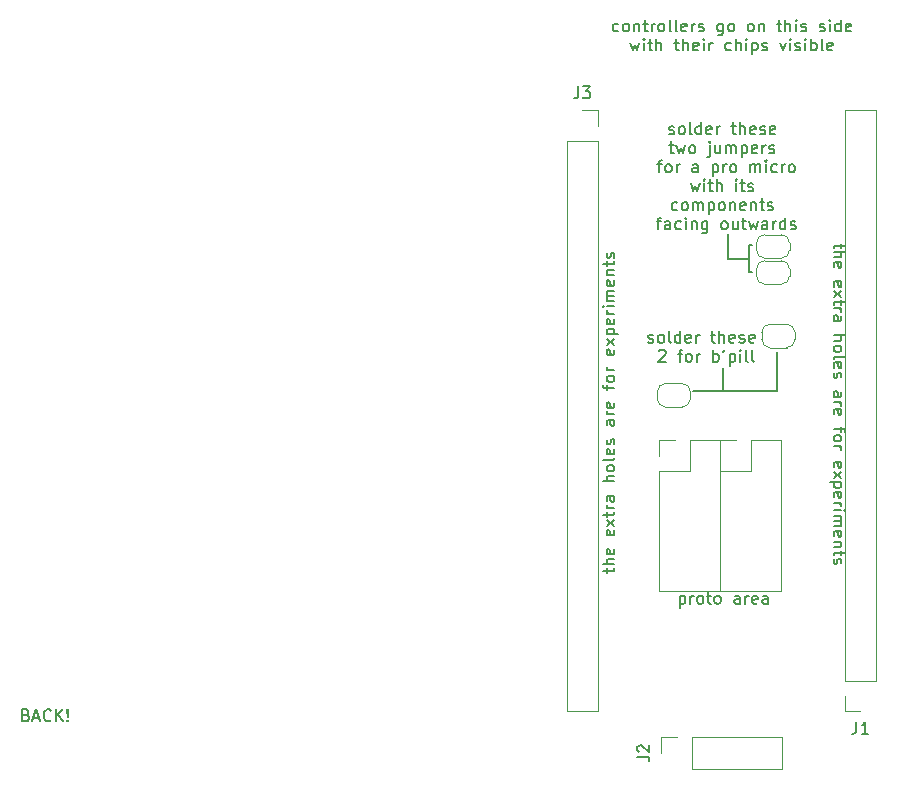
<source format=gbr>
%TF.GenerationSoftware,KiCad,Pcbnew,(6.0.4-0)*%
%TF.CreationDate,2022-06-27T16:54:41+01:00*%
%TF.ProjectId,isoBig,69736f42-6967-42e6-9b69-6361645f7063,rev?*%
%TF.SameCoordinates,Original*%
%TF.FileFunction,Legend,Top*%
%TF.FilePolarity,Positive*%
%FSLAX46Y46*%
G04 Gerber Fmt 4.6, Leading zero omitted, Abs format (unit mm)*
G04 Created by KiCad (PCBNEW (6.0.4-0)) date 2022-06-27 16:54:41*
%MOMM*%
%LPD*%
G01*
G04 APERTURE LIST*
%ADD10C,0.150000*%
%ADD11C,0.120000*%
G04 APERTURE END LIST*
D10*
X136150000Y-66450000D02*
X133625000Y-66450000D01*
X136550000Y-53150000D02*
X136550000Y-55250000D01*
X136550000Y-55250000D02*
X138375000Y-55250000D01*
X138375000Y-54125000D02*
X138600000Y-54125000D01*
X140700000Y-66450000D02*
X140700000Y-63175000D01*
X136200000Y-66450000D02*
X140700000Y-66450000D01*
X138375000Y-56350000D02*
X138600000Y-56350000D01*
X136150000Y-64525000D02*
X136150000Y-66450000D01*
X138375000Y-55250000D02*
X138375000Y-54125000D01*
X138375000Y-55250000D02*
X138375000Y-56350000D01*
X131569047Y-44679761D02*
X131664285Y-44727380D01*
X131854761Y-44727380D01*
X131950000Y-44679761D01*
X131997619Y-44584523D01*
X131997619Y-44536904D01*
X131950000Y-44441666D01*
X131854761Y-44394047D01*
X131711904Y-44394047D01*
X131616666Y-44346428D01*
X131569047Y-44251190D01*
X131569047Y-44203571D01*
X131616666Y-44108333D01*
X131711904Y-44060714D01*
X131854761Y-44060714D01*
X131950000Y-44108333D01*
X132569047Y-44727380D02*
X132473809Y-44679761D01*
X132426190Y-44632142D01*
X132378571Y-44536904D01*
X132378571Y-44251190D01*
X132426190Y-44155952D01*
X132473809Y-44108333D01*
X132569047Y-44060714D01*
X132711904Y-44060714D01*
X132807142Y-44108333D01*
X132854761Y-44155952D01*
X132902380Y-44251190D01*
X132902380Y-44536904D01*
X132854761Y-44632142D01*
X132807142Y-44679761D01*
X132711904Y-44727380D01*
X132569047Y-44727380D01*
X133473809Y-44727380D02*
X133378571Y-44679761D01*
X133330952Y-44584523D01*
X133330952Y-43727380D01*
X134283333Y-44727380D02*
X134283333Y-43727380D01*
X134283333Y-44679761D02*
X134188095Y-44727380D01*
X133997619Y-44727380D01*
X133902380Y-44679761D01*
X133854761Y-44632142D01*
X133807142Y-44536904D01*
X133807142Y-44251190D01*
X133854761Y-44155952D01*
X133902380Y-44108333D01*
X133997619Y-44060714D01*
X134188095Y-44060714D01*
X134283333Y-44108333D01*
X135140476Y-44679761D02*
X135045238Y-44727380D01*
X134854761Y-44727380D01*
X134759523Y-44679761D01*
X134711904Y-44584523D01*
X134711904Y-44203571D01*
X134759523Y-44108333D01*
X134854761Y-44060714D01*
X135045238Y-44060714D01*
X135140476Y-44108333D01*
X135188095Y-44203571D01*
X135188095Y-44298809D01*
X134711904Y-44394047D01*
X135616666Y-44727380D02*
X135616666Y-44060714D01*
X135616666Y-44251190D02*
X135664285Y-44155952D01*
X135711904Y-44108333D01*
X135807142Y-44060714D01*
X135902380Y-44060714D01*
X136854761Y-44060714D02*
X137235714Y-44060714D01*
X136997619Y-43727380D02*
X136997619Y-44584523D01*
X137045238Y-44679761D01*
X137140476Y-44727380D01*
X137235714Y-44727380D01*
X137569047Y-44727380D02*
X137569047Y-43727380D01*
X137997619Y-44727380D02*
X137997619Y-44203571D01*
X137950000Y-44108333D01*
X137854761Y-44060714D01*
X137711904Y-44060714D01*
X137616666Y-44108333D01*
X137569047Y-44155952D01*
X138854761Y-44679761D02*
X138759523Y-44727380D01*
X138569047Y-44727380D01*
X138473809Y-44679761D01*
X138426190Y-44584523D01*
X138426190Y-44203571D01*
X138473809Y-44108333D01*
X138569047Y-44060714D01*
X138759523Y-44060714D01*
X138854761Y-44108333D01*
X138902380Y-44203571D01*
X138902380Y-44298809D01*
X138426190Y-44394047D01*
X139283333Y-44679761D02*
X139378571Y-44727380D01*
X139569047Y-44727380D01*
X139664285Y-44679761D01*
X139711904Y-44584523D01*
X139711904Y-44536904D01*
X139664285Y-44441666D01*
X139569047Y-44394047D01*
X139426190Y-44394047D01*
X139330952Y-44346428D01*
X139283333Y-44251190D01*
X139283333Y-44203571D01*
X139330952Y-44108333D01*
X139426190Y-44060714D01*
X139569047Y-44060714D01*
X139664285Y-44108333D01*
X140521428Y-44679761D02*
X140426190Y-44727380D01*
X140235714Y-44727380D01*
X140140476Y-44679761D01*
X140092857Y-44584523D01*
X140092857Y-44203571D01*
X140140476Y-44108333D01*
X140235714Y-44060714D01*
X140426190Y-44060714D01*
X140521428Y-44108333D01*
X140569047Y-44203571D01*
X140569047Y-44298809D01*
X140092857Y-44394047D01*
X131569047Y-45670714D02*
X131950000Y-45670714D01*
X131711904Y-45337380D02*
X131711904Y-46194523D01*
X131759523Y-46289761D01*
X131854761Y-46337380D01*
X131950000Y-46337380D01*
X132188095Y-45670714D02*
X132378571Y-46337380D01*
X132569047Y-45861190D01*
X132759523Y-46337380D01*
X132950000Y-45670714D01*
X133473809Y-46337380D02*
X133378571Y-46289761D01*
X133330952Y-46242142D01*
X133283333Y-46146904D01*
X133283333Y-45861190D01*
X133330952Y-45765952D01*
X133378571Y-45718333D01*
X133473809Y-45670714D01*
X133616666Y-45670714D01*
X133711904Y-45718333D01*
X133759523Y-45765952D01*
X133807142Y-45861190D01*
X133807142Y-46146904D01*
X133759523Y-46242142D01*
X133711904Y-46289761D01*
X133616666Y-46337380D01*
X133473809Y-46337380D01*
X134997619Y-45670714D02*
X134997619Y-46527857D01*
X134950000Y-46623095D01*
X134854761Y-46670714D01*
X134807142Y-46670714D01*
X134997619Y-45337380D02*
X134950000Y-45385000D01*
X134997619Y-45432619D01*
X135045238Y-45385000D01*
X134997619Y-45337380D01*
X134997619Y-45432619D01*
X135902380Y-45670714D02*
X135902380Y-46337380D01*
X135473809Y-45670714D02*
X135473809Y-46194523D01*
X135521428Y-46289761D01*
X135616666Y-46337380D01*
X135759523Y-46337380D01*
X135854761Y-46289761D01*
X135902380Y-46242142D01*
X136378571Y-46337380D02*
X136378571Y-45670714D01*
X136378571Y-45765952D02*
X136426190Y-45718333D01*
X136521428Y-45670714D01*
X136664285Y-45670714D01*
X136759523Y-45718333D01*
X136807142Y-45813571D01*
X136807142Y-46337380D01*
X136807142Y-45813571D02*
X136854761Y-45718333D01*
X136950000Y-45670714D01*
X137092857Y-45670714D01*
X137188095Y-45718333D01*
X137235714Y-45813571D01*
X137235714Y-46337380D01*
X137711904Y-45670714D02*
X137711904Y-46670714D01*
X137711904Y-45718333D02*
X137807142Y-45670714D01*
X137997619Y-45670714D01*
X138092857Y-45718333D01*
X138140476Y-45765952D01*
X138188095Y-45861190D01*
X138188095Y-46146904D01*
X138140476Y-46242142D01*
X138092857Y-46289761D01*
X137997619Y-46337380D01*
X137807142Y-46337380D01*
X137711904Y-46289761D01*
X138997619Y-46289761D02*
X138902380Y-46337380D01*
X138711904Y-46337380D01*
X138616666Y-46289761D01*
X138569047Y-46194523D01*
X138569047Y-45813571D01*
X138616666Y-45718333D01*
X138711904Y-45670714D01*
X138902380Y-45670714D01*
X138997619Y-45718333D01*
X139045238Y-45813571D01*
X139045238Y-45908809D01*
X138569047Y-46004047D01*
X139473809Y-46337380D02*
X139473809Y-45670714D01*
X139473809Y-45861190D02*
X139521428Y-45765952D01*
X139569047Y-45718333D01*
X139664285Y-45670714D01*
X139759523Y-45670714D01*
X140045238Y-46289761D02*
X140140476Y-46337380D01*
X140330952Y-46337380D01*
X140426190Y-46289761D01*
X140473809Y-46194523D01*
X140473809Y-46146904D01*
X140426190Y-46051666D01*
X140330952Y-46004047D01*
X140188095Y-46004047D01*
X140092857Y-45956428D01*
X140045238Y-45861190D01*
X140045238Y-45813571D01*
X140092857Y-45718333D01*
X140188095Y-45670714D01*
X140330952Y-45670714D01*
X140426190Y-45718333D01*
X130592857Y-47280714D02*
X130973809Y-47280714D01*
X130735714Y-47947380D02*
X130735714Y-47090238D01*
X130783333Y-46995000D01*
X130878571Y-46947380D01*
X130973809Y-46947380D01*
X131450000Y-47947380D02*
X131354761Y-47899761D01*
X131307142Y-47852142D01*
X131259523Y-47756904D01*
X131259523Y-47471190D01*
X131307142Y-47375952D01*
X131354761Y-47328333D01*
X131450000Y-47280714D01*
X131592857Y-47280714D01*
X131688095Y-47328333D01*
X131735714Y-47375952D01*
X131783333Y-47471190D01*
X131783333Y-47756904D01*
X131735714Y-47852142D01*
X131688095Y-47899761D01*
X131592857Y-47947380D01*
X131450000Y-47947380D01*
X132211904Y-47947380D02*
X132211904Y-47280714D01*
X132211904Y-47471190D02*
X132259523Y-47375952D01*
X132307142Y-47328333D01*
X132402380Y-47280714D01*
X132497619Y-47280714D01*
X134021428Y-47947380D02*
X134021428Y-47423571D01*
X133973809Y-47328333D01*
X133878571Y-47280714D01*
X133688095Y-47280714D01*
X133592857Y-47328333D01*
X134021428Y-47899761D02*
X133926190Y-47947380D01*
X133688095Y-47947380D01*
X133592857Y-47899761D01*
X133545238Y-47804523D01*
X133545238Y-47709285D01*
X133592857Y-47614047D01*
X133688095Y-47566428D01*
X133926190Y-47566428D01*
X134021428Y-47518809D01*
X135259523Y-47280714D02*
X135259523Y-48280714D01*
X135259523Y-47328333D02*
X135354761Y-47280714D01*
X135545238Y-47280714D01*
X135640476Y-47328333D01*
X135688095Y-47375952D01*
X135735714Y-47471190D01*
X135735714Y-47756904D01*
X135688095Y-47852142D01*
X135640476Y-47899761D01*
X135545238Y-47947380D01*
X135354761Y-47947380D01*
X135259523Y-47899761D01*
X136164285Y-47947380D02*
X136164285Y-47280714D01*
X136164285Y-47471190D02*
X136211904Y-47375952D01*
X136259523Y-47328333D01*
X136354761Y-47280714D01*
X136450000Y-47280714D01*
X136926190Y-47947380D02*
X136830952Y-47899761D01*
X136783333Y-47852142D01*
X136735714Y-47756904D01*
X136735714Y-47471190D01*
X136783333Y-47375952D01*
X136830952Y-47328333D01*
X136926190Y-47280714D01*
X137069047Y-47280714D01*
X137164285Y-47328333D01*
X137211904Y-47375952D01*
X137259523Y-47471190D01*
X137259523Y-47756904D01*
X137211904Y-47852142D01*
X137164285Y-47899761D01*
X137069047Y-47947380D01*
X136926190Y-47947380D01*
X138450000Y-47947380D02*
X138450000Y-47280714D01*
X138450000Y-47375952D02*
X138497619Y-47328333D01*
X138592857Y-47280714D01*
X138735714Y-47280714D01*
X138830952Y-47328333D01*
X138878571Y-47423571D01*
X138878571Y-47947380D01*
X138878571Y-47423571D02*
X138926190Y-47328333D01*
X139021428Y-47280714D01*
X139164285Y-47280714D01*
X139259523Y-47328333D01*
X139307142Y-47423571D01*
X139307142Y-47947380D01*
X139783333Y-47947380D02*
X139783333Y-47280714D01*
X139783333Y-46947380D02*
X139735714Y-46995000D01*
X139783333Y-47042619D01*
X139830952Y-46995000D01*
X139783333Y-46947380D01*
X139783333Y-47042619D01*
X140688095Y-47899761D02*
X140592857Y-47947380D01*
X140402380Y-47947380D01*
X140307142Y-47899761D01*
X140259523Y-47852142D01*
X140211904Y-47756904D01*
X140211904Y-47471190D01*
X140259523Y-47375952D01*
X140307142Y-47328333D01*
X140402380Y-47280714D01*
X140592857Y-47280714D01*
X140688095Y-47328333D01*
X141116666Y-47947380D02*
X141116666Y-47280714D01*
X141116666Y-47471190D02*
X141164285Y-47375952D01*
X141211904Y-47328333D01*
X141307142Y-47280714D01*
X141402380Y-47280714D01*
X141878571Y-47947380D02*
X141783333Y-47899761D01*
X141735714Y-47852142D01*
X141688095Y-47756904D01*
X141688095Y-47471190D01*
X141735714Y-47375952D01*
X141783333Y-47328333D01*
X141878571Y-47280714D01*
X142021428Y-47280714D01*
X142116666Y-47328333D01*
X142164285Y-47375952D01*
X142211904Y-47471190D01*
X142211904Y-47756904D01*
X142164285Y-47852142D01*
X142116666Y-47899761D01*
X142021428Y-47947380D01*
X141878571Y-47947380D01*
X133402380Y-48890714D02*
X133592857Y-49557380D01*
X133783333Y-49081190D01*
X133973809Y-49557380D01*
X134164285Y-48890714D01*
X134545238Y-49557380D02*
X134545238Y-48890714D01*
X134545238Y-48557380D02*
X134497619Y-48605000D01*
X134545238Y-48652619D01*
X134592857Y-48605000D01*
X134545238Y-48557380D01*
X134545238Y-48652619D01*
X134878571Y-48890714D02*
X135259523Y-48890714D01*
X135021428Y-48557380D02*
X135021428Y-49414523D01*
X135069047Y-49509761D01*
X135164285Y-49557380D01*
X135259523Y-49557380D01*
X135592857Y-49557380D02*
X135592857Y-48557380D01*
X136021428Y-49557380D02*
X136021428Y-49033571D01*
X135973809Y-48938333D01*
X135878571Y-48890714D01*
X135735714Y-48890714D01*
X135640476Y-48938333D01*
X135592857Y-48985952D01*
X137259523Y-49557380D02*
X137259523Y-48890714D01*
X137259523Y-48557380D02*
X137211904Y-48605000D01*
X137259523Y-48652619D01*
X137307142Y-48605000D01*
X137259523Y-48557380D01*
X137259523Y-48652619D01*
X137592857Y-48890714D02*
X137973809Y-48890714D01*
X137735714Y-48557380D02*
X137735714Y-49414523D01*
X137783333Y-49509761D01*
X137878571Y-49557380D01*
X137973809Y-49557380D01*
X138259523Y-49509761D02*
X138354761Y-49557380D01*
X138545238Y-49557380D01*
X138640476Y-49509761D01*
X138688095Y-49414523D01*
X138688095Y-49366904D01*
X138640476Y-49271666D01*
X138545238Y-49224047D01*
X138402380Y-49224047D01*
X138307142Y-49176428D01*
X138259523Y-49081190D01*
X138259523Y-49033571D01*
X138307142Y-48938333D01*
X138402380Y-48890714D01*
X138545238Y-48890714D01*
X138640476Y-48938333D01*
X132259523Y-51119761D02*
X132164285Y-51167380D01*
X131973809Y-51167380D01*
X131878571Y-51119761D01*
X131830952Y-51072142D01*
X131783333Y-50976904D01*
X131783333Y-50691190D01*
X131830952Y-50595952D01*
X131878571Y-50548333D01*
X131973809Y-50500714D01*
X132164285Y-50500714D01*
X132259523Y-50548333D01*
X132830952Y-51167380D02*
X132735714Y-51119761D01*
X132688095Y-51072142D01*
X132640476Y-50976904D01*
X132640476Y-50691190D01*
X132688095Y-50595952D01*
X132735714Y-50548333D01*
X132830952Y-50500714D01*
X132973809Y-50500714D01*
X133069047Y-50548333D01*
X133116666Y-50595952D01*
X133164285Y-50691190D01*
X133164285Y-50976904D01*
X133116666Y-51072142D01*
X133069047Y-51119761D01*
X132973809Y-51167380D01*
X132830952Y-51167380D01*
X133592857Y-51167380D02*
X133592857Y-50500714D01*
X133592857Y-50595952D02*
X133640476Y-50548333D01*
X133735714Y-50500714D01*
X133878571Y-50500714D01*
X133973809Y-50548333D01*
X134021428Y-50643571D01*
X134021428Y-51167380D01*
X134021428Y-50643571D02*
X134069047Y-50548333D01*
X134164285Y-50500714D01*
X134307142Y-50500714D01*
X134402380Y-50548333D01*
X134450000Y-50643571D01*
X134450000Y-51167380D01*
X134926190Y-50500714D02*
X134926190Y-51500714D01*
X134926190Y-50548333D02*
X135021428Y-50500714D01*
X135211904Y-50500714D01*
X135307142Y-50548333D01*
X135354761Y-50595952D01*
X135402380Y-50691190D01*
X135402380Y-50976904D01*
X135354761Y-51072142D01*
X135307142Y-51119761D01*
X135211904Y-51167380D01*
X135021428Y-51167380D01*
X134926190Y-51119761D01*
X135973809Y-51167380D02*
X135878571Y-51119761D01*
X135830952Y-51072142D01*
X135783333Y-50976904D01*
X135783333Y-50691190D01*
X135830952Y-50595952D01*
X135878571Y-50548333D01*
X135973809Y-50500714D01*
X136116666Y-50500714D01*
X136211904Y-50548333D01*
X136259523Y-50595952D01*
X136307142Y-50691190D01*
X136307142Y-50976904D01*
X136259523Y-51072142D01*
X136211904Y-51119761D01*
X136116666Y-51167380D01*
X135973809Y-51167380D01*
X136735714Y-50500714D02*
X136735714Y-51167380D01*
X136735714Y-50595952D02*
X136783333Y-50548333D01*
X136878571Y-50500714D01*
X137021428Y-50500714D01*
X137116666Y-50548333D01*
X137164285Y-50643571D01*
X137164285Y-51167380D01*
X138021428Y-51119761D02*
X137926190Y-51167380D01*
X137735714Y-51167380D01*
X137640476Y-51119761D01*
X137592857Y-51024523D01*
X137592857Y-50643571D01*
X137640476Y-50548333D01*
X137735714Y-50500714D01*
X137926190Y-50500714D01*
X138021428Y-50548333D01*
X138069047Y-50643571D01*
X138069047Y-50738809D01*
X137592857Y-50834047D01*
X138497619Y-50500714D02*
X138497619Y-51167380D01*
X138497619Y-50595952D02*
X138545238Y-50548333D01*
X138640476Y-50500714D01*
X138783333Y-50500714D01*
X138878571Y-50548333D01*
X138926190Y-50643571D01*
X138926190Y-51167380D01*
X139259523Y-50500714D02*
X139640476Y-50500714D01*
X139402380Y-50167380D02*
X139402380Y-51024523D01*
X139450000Y-51119761D01*
X139545238Y-51167380D01*
X139640476Y-51167380D01*
X139926190Y-51119761D02*
X140021428Y-51167380D01*
X140211904Y-51167380D01*
X140307142Y-51119761D01*
X140354761Y-51024523D01*
X140354761Y-50976904D01*
X140307142Y-50881666D01*
X140211904Y-50834047D01*
X140069047Y-50834047D01*
X139973809Y-50786428D01*
X139926190Y-50691190D01*
X139926190Y-50643571D01*
X139973809Y-50548333D01*
X140069047Y-50500714D01*
X140211904Y-50500714D01*
X140307142Y-50548333D01*
X130521428Y-52110714D02*
X130902380Y-52110714D01*
X130664285Y-52777380D02*
X130664285Y-51920238D01*
X130711904Y-51825000D01*
X130807142Y-51777380D01*
X130902380Y-51777380D01*
X131664285Y-52777380D02*
X131664285Y-52253571D01*
X131616666Y-52158333D01*
X131521428Y-52110714D01*
X131330952Y-52110714D01*
X131235714Y-52158333D01*
X131664285Y-52729761D02*
X131569047Y-52777380D01*
X131330952Y-52777380D01*
X131235714Y-52729761D01*
X131188095Y-52634523D01*
X131188095Y-52539285D01*
X131235714Y-52444047D01*
X131330952Y-52396428D01*
X131569047Y-52396428D01*
X131664285Y-52348809D01*
X132569047Y-52729761D02*
X132473809Y-52777380D01*
X132283333Y-52777380D01*
X132188095Y-52729761D01*
X132140476Y-52682142D01*
X132092857Y-52586904D01*
X132092857Y-52301190D01*
X132140476Y-52205952D01*
X132188095Y-52158333D01*
X132283333Y-52110714D01*
X132473809Y-52110714D01*
X132569047Y-52158333D01*
X132997619Y-52777380D02*
X132997619Y-52110714D01*
X132997619Y-51777380D02*
X132950000Y-51825000D01*
X132997619Y-51872619D01*
X133045238Y-51825000D01*
X132997619Y-51777380D01*
X132997619Y-51872619D01*
X133473809Y-52110714D02*
X133473809Y-52777380D01*
X133473809Y-52205952D02*
X133521428Y-52158333D01*
X133616666Y-52110714D01*
X133759523Y-52110714D01*
X133854761Y-52158333D01*
X133902380Y-52253571D01*
X133902380Y-52777380D01*
X134807142Y-52110714D02*
X134807142Y-52920238D01*
X134759523Y-53015476D01*
X134711904Y-53063095D01*
X134616666Y-53110714D01*
X134473809Y-53110714D01*
X134378571Y-53063095D01*
X134807142Y-52729761D02*
X134711904Y-52777380D01*
X134521428Y-52777380D01*
X134426190Y-52729761D01*
X134378571Y-52682142D01*
X134330952Y-52586904D01*
X134330952Y-52301190D01*
X134378571Y-52205952D01*
X134426190Y-52158333D01*
X134521428Y-52110714D01*
X134711904Y-52110714D01*
X134807142Y-52158333D01*
X136188095Y-52777380D02*
X136092857Y-52729761D01*
X136045238Y-52682142D01*
X135997619Y-52586904D01*
X135997619Y-52301190D01*
X136045238Y-52205952D01*
X136092857Y-52158333D01*
X136188095Y-52110714D01*
X136330952Y-52110714D01*
X136426190Y-52158333D01*
X136473809Y-52205952D01*
X136521428Y-52301190D01*
X136521428Y-52586904D01*
X136473809Y-52682142D01*
X136426190Y-52729761D01*
X136330952Y-52777380D01*
X136188095Y-52777380D01*
X137378571Y-52110714D02*
X137378571Y-52777380D01*
X136950000Y-52110714D02*
X136950000Y-52634523D01*
X136997619Y-52729761D01*
X137092857Y-52777380D01*
X137235714Y-52777380D01*
X137330952Y-52729761D01*
X137378571Y-52682142D01*
X137711904Y-52110714D02*
X138092857Y-52110714D01*
X137854761Y-51777380D02*
X137854761Y-52634523D01*
X137902380Y-52729761D01*
X137997619Y-52777380D01*
X138092857Y-52777380D01*
X138330952Y-52110714D02*
X138521428Y-52777380D01*
X138711904Y-52301190D01*
X138902380Y-52777380D01*
X139092857Y-52110714D01*
X139902380Y-52777380D02*
X139902380Y-52253571D01*
X139854761Y-52158333D01*
X139759523Y-52110714D01*
X139569047Y-52110714D01*
X139473809Y-52158333D01*
X139902380Y-52729761D02*
X139807142Y-52777380D01*
X139569047Y-52777380D01*
X139473809Y-52729761D01*
X139426190Y-52634523D01*
X139426190Y-52539285D01*
X139473809Y-52444047D01*
X139569047Y-52396428D01*
X139807142Y-52396428D01*
X139902380Y-52348809D01*
X140378571Y-52777380D02*
X140378571Y-52110714D01*
X140378571Y-52301190D02*
X140426190Y-52205952D01*
X140473809Y-52158333D01*
X140569047Y-52110714D01*
X140664285Y-52110714D01*
X141426190Y-52777380D02*
X141426190Y-51777380D01*
X141426190Y-52729761D02*
X141330952Y-52777380D01*
X141140476Y-52777380D01*
X141045238Y-52729761D01*
X140997619Y-52682142D01*
X140950000Y-52586904D01*
X140950000Y-52301190D01*
X140997619Y-52205952D01*
X141045238Y-52158333D01*
X141140476Y-52110714D01*
X141330952Y-52110714D01*
X141426190Y-52158333D01*
X141854761Y-52729761D02*
X141950000Y-52777380D01*
X142140476Y-52777380D01*
X142235714Y-52729761D01*
X142283333Y-52634523D01*
X142283333Y-52586904D01*
X142235714Y-52491666D01*
X142140476Y-52444047D01*
X141997619Y-52444047D01*
X141902380Y-52396428D01*
X141854761Y-52301190D01*
X141854761Y-52253571D01*
X141902380Y-52158333D01*
X141997619Y-52110714D01*
X142140476Y-52110714D01*
X142235714Y-52158333D01*
X127280952Y-35974761D02*
X127185714Y-36022380D01*
X126995238Y-36022380D01*
X126900000Y-35974761D01*
X126852380Y-35927142D01*
X126804761Y-35831904D01*
X126804761Y-35546190D01*
X126852380Y-35450952D01*
X126900000Y-35403333D01*
X126995238Y-35355714D01*
X127185714Y-35355714D01*
X127280952Y-35403333D01*
X127852380Y-36022380D02*
X127757142Y-35974761D01*
X127709523Y-35927142D01*
X127661904Y-35831904D01*
X127661904Y-35546190D01*
X127709523Y-35450952D01*
X127757142Y-35403333D01*
X127852380Y-35355714D01*
X127995238Y-35355714D01*
X128090476Y-35403333D01*
X128138095Y-35450952D01*
X128185714Y-35546190D01*
X128185714Y-35831904D01*
X128138095Y-35927142D01*
X128090476Y-35974761D01*
X127995238Y-36022380D01*
X127852380Y-36022380D01*
X128614285Y-35355714D02*
X128614285Y-36022380D01*
X128614285Y-35450952D02*
X128661904Y-35403333D01*
X128757142Y-35355714D01*
X128900000Y-35355714D01*
X128995238Y-35403333D01*
X129042857Y-35498571D01*
X129042857Y-36022380D01*
X129376190Y-35355714D02*
X129757142Y-35355714D01*
X129519047Y-35022380D02*
X129519047Y-35879523D01*
X129566666Y-35974761D01*
X129661904Y-36022380D01*
X129757142Y-36022380D01*
X130090476Y-36022380D02*
X130090476Y-35355714D01*
X130090476Y-35546190D02*
X130138095Y-35450952D01*
X130185714Y-35403333D01*
X130280952Y-35355714D01*
X130376190Y-35355714D01*
X130852380Y-36022380D02*
X130757142Y-35974761D01*
X130709523Y-35927142D01*
X130661904Y-35831904D01*
X130661904Y-35546190D01*
X130709523Y-35450952D01*
X130757142Y-35403333D01*
X130852380Y-35355714D01*
X130995238Y-35355714D01*
X131090476Y-35403333D01*
X131138095Y-35450952D01*
X131185714Y-35546190D01*
X131185714Y-35831904D01*
X131138095Y-35927142D01*
X131090476Y-35974761D01*
X130995238Y-36022380D01*
X130852380Y-36022380D01*
X131757142Y-36022380D02*
X131661904Y-35974761D01*
X131614285Y-35879523D01*
X131614285Y-35022380D01*
X132280952Y-36022380D02*
X132185714Y-35974761D01*
X132138095Y-35879523D01*
X132138095Y-35022380D01*
X133042857Y-35974761D02*
X132947619Y-36022380D01*
X132757142Y-36022380D01*
X132661904Y-35974761D01*
X132614285Y-35879523D01*
X132614285Y-35498571D01*
X132661904Y-35403333D01*
X132757142Y-35355714D01*
X132947619Y-35355714D01*
X133042857Y-35403333D01*
X133090476Y-35498571D01*
X133090476Y-35593809D01*
X132614285Y-35689047D01*
X133519047Y-36022380D02*
X133519047Y-35355714D01*
X133519047Y-35546190D02*
X133566666Y-35450952D01*
X133614285Y-35403333D01*
X133709523Y-35355714D01*
X133804761Y-35355714D01*
X134090476Y-35974761D02*
X134185714Y-36022380D01*
X134376190Y-36022380D01*
X134471428Y-35974761D01*
X134519047Y-35879523D01*
X134519047Y-35831904D01*
X134471428Y-35736666D01*
X134376190Y-35689047D01*
X134233333Y-35689047D01*
X134138095Y-35641428D01*
X134090476Y-35546190D01*
X134090476Y-35498571D01*
X134138095Y-35403333D01*
X134233333Y-35355714D01*
X134376190Y-35355714D01*
X134471428Y-35403333D01*
X136138095Y-35355714D02*
X136138095Y-36165238D01*
X136090476Y-36260476D01*
X136042857Y-36308095D01*
X135947619Y-36355714D01*
X135804761Y-36355714D01*
X135709523Y-36308095D01*
X136138095Y-35974761D02*
X136042857Y-36022380D01*
X135852380Y-36022380D01*
X135757142Y-35974761D01*
X135709523Y-35927142D01*
X135661904Y-35831904D01*
X135661904Y-35546190D01*
X135709523Y-35450952D01*
X135757142Y-35403333D01*
X135852380Y-35355714D01*
X136042857Y-35355714D01*
X136138095Y-35403333D01*
X136757142Y-36022380D02*
X136661904Y-35974761D01*
X136614285Y-35927142D01*
X136566666Y-35831904D01*
X136566666Y-35546190D01*
X136614285Y-35450952D01*
X136661904Y-35403333D01*
X136757142Y-35355714D01*
X136900000Y-35355714D01*
X136995238Y-35403333D01*
X137042857Y-35450952D01*
X137090476Y-35546190D01*
X137090476Y-35831904D01*
X137042857Y-35927142D01*
X136995238Y-35974761D01*
X136900000Y-36022380D01*
X136757142Y-36022380D01*
X138423809Y-36022380D02*
X138328571Y-35974761D01*
X138280952Y-35927142D01*
X138233333Y-35831904D01*
X138233333Y-35546190D01*
X138280952Y-35450952D01*
X138328571Y-35403333D01*
X138423809Y-35355714D01*
X138566666Y-35355714D01*
X138661904Y-35403333D01*
X138709523Y-35450952D01*
X138757142Y-35546190D01*
X138757142Y-35831904D01*
X138709523Y-35927142D01*
X138661904Y-35974761D01*
X138566666Y-36022380D01*
X138423809Y-36022380D01*
X139185714Y-35355714D02*
X139185714Y-36022380D01*
X139185714Y-35450952D02*
X139233333Y-35403333D01*
X139328571Y-35355714D01*
X139471428Y-35355714D01*
X139566666Y-35403333D01*
X139614285Y-35498571D01*
X139614285Y-36022380D01*
X140709523Y-35355714D02*
X141090476Y-35355714D01*
X140852380Y-35022380D02*
X140852380Y-35879523D01*
X140900000Y-35974761D01*
X140995238Y-36022380D01*
X141090476Y-36022380D01*
X141423809Y-36022380D02*
X141423809Y-35022380D01*
X141852380Y-36022380D02*
X141852380Y-35498571D01*
X141804761Y-35403333D01*
X141709523Y-35355714D01*
X141566666Y-35355714D01*
X141471428Y-35403333D01*
X141423809Y-35450952D01*
X142328571Y-36022380D02*
X142328571Y-35355714D01*
X142328571Y-35022380D02*
X142280952Y-35070000D01*
X142328571Y-35117619D01*
X142376190Y-35070000D01*
X142328571Y-35022380D01*
X142328571Y-35117619D01*
X142757142Y-35974761D02*
X142852380Y-36022380D01*
X143042857Y-36022380D01*
X143138095Y-35974761D01*
X143185714Y-35879523D01*
X143185714Y-35831904D01*
X143138095Y-35736666D01*
X143042857Y-35689047D01*
X142900000Y-35689047D01*
X142804761Y-35641428D01*
X142757142Y-35546190D01*
X142757142Y-35498571D01*
X142804761Y-35403333D01*
X142900000Y-35355714D01*
X143042857Y-35355714D01*
X143138095Y-35403333D01*
X144328571Y-35974761D02*
X144423809Y-36022380D01*
X144614285Y-36022380D01*
X144709523Y-35974761D01*
X144757142Y-35879523D01*
X144757142Y-35831904D01*
X144709523Y-35736666D01*
X144614285Y-35689047D01*
X144471428Y-35689047D01*
X144376190Y-35641428D01*
X144328571Y-35546190D01*
X144328571Y-35498571D01*
X144376190Y-35403333D01*
X144471428Y-35355714D01*
X144614285Y-35355714D01*
X144709523Y-35403333D01*
X145185714Y-36022380D02*
X145185714Y-35355714D01*
X145185714Y-35022380D02*
X145138095Y-35070000D01*
X145185714Y-35117619D01*
X145233333Y-35070000D01*
X145185714Y-35022380D01*
X145185714Y-35117619D01*
X146090476Y-36022380D02*
X146090476Y-35022380D01*
X146090476Y-35974761D02*
X145995238Y-36022380D01*
X145804761Y-36022380D01*
X145709523Y-35974761D01*
X145661904Y-35927142D01*
X145614285Y-35831904D01*
X145614285Y-35546190D01*
X145661904Y-35450952D01*
X145709523Y-35403333D01*
X145804761Y-35355714D01*
X145995238Y-35355714D01*
X146090476Y-35403333D01*
X146947619Y-35974761D02*
X146852380Y-36022380D01*
X146661904Y-36022380D01*
X146566666Y-35974761D01*
X146519047Y-35879523D01*
X146519047Y-35498571D01*
X146566666Y-35403333D01*
X146661904Y-35355714D01*
X146852380Y-35355714D01*
X146947619Y-35403333D01*
X146995238Y-35498571D01*
X146995238Y-35593809D01*
X146519047Y-35689047D01*
X128304761Y-36965714D02*
X128495238Y-37632380D01*
X128685714Y-37156190D01*
X128876190Y-37632380D01*
X129066666Y-36965714D01*
X129447619Y-37632380D02*
X129447619Y-36965714D01*
X129447619Y-36632380D02*
X129400000Y-36680000D01*
X129447619Y-36727619D01*
X129495238Y-36680000D01*
X129447619Y-36632380D01*
X129447619Y-36727619D01*
X129780952Y-36965714D02*
X130161904Y-36965714D01*
X129923809Y-36632380D02*
X129923809Y-37489523D01*
X129971428Y-37584761D01*
X130066666Y-37632380D01*
X130161904Y-37632380D01*
X130495238Y-37632380D02*
X130495238Y-36632380D01*
X130923809Y-37632380D02*
X130923809Y-37108571D01*
X130876190Y-37013333D01*
X130780952Y-36965714D01*
X130638095Y-36965714D01*
X130542857Y-37013333D01*
X130495238Y-37060952D01*
X132019047Y-36965714D02*
X132400000Y-36965714D01*
X132161904Y-36632380D02*
X132161904Y-37489523D01*
X132209523Y-37584761D01*
X132304761Y-37632380D01*
X132400000Y-37632380D01*
X132733333Y-37632380D02*
X132733333Y-36632380D01*
X133161904Y-37632380D02*
X133161904Y-37108571D01*
X133114285Y-37013333D01*
X133019047Y-36965714D01*
X132876190Y-36965714D01*
X132780952Y-37013333D01*
X132733333Y-37060952D01*
X134019047Y-37584761D02*
X133923809Y-37632380D01*
X133733333Y-37632380D01*
X133638095Y-37584761D01*
X133590476Y-37489523D01*
X133590476Y-37108571D01*
X133638095Y-37013333D01*
X133733333Y-36965714D01*
X133923809Y-36965714D01*
X134019047Y-37013333D01*
X134066666Y-37108571D01*
X134066666Y-37203809D01*
X133590476Y-37299047D01*
X134495238Y-37632380D02*
X134495238Y-36965714D01*
X134495238Y-36632380D02*
X134447619Y-36680000D01*
X134495238Y-36727619D01*
X134542857Y-36680000D01*
X134495238Y-36632380D01*
X134495238Y-36727619D01*
X134971428Y-37632380D02*
X134971428Y-36965714D01*
X134971428Y-37156190D02*
X135019047Y-37060952D01*
X135066666Y-37013333D01*
X135161904Y-36965714D01*
X135257142Y-36965714D01*
X136780952Y-37584761D02*
X136685714Y-37632380D01*
X136495238Y-37632380D01*
X136400000Y-37584761D01*
X136352380Y-37537142D01*
X136304761Y-37441904D01*
X136304761Y-37156190D01*
X136352380Y-37060952D01*
X136400000Y-37013333D01*
X136495238Y-36965714D01*
X136685714Y-36965714D01*
X136780952Y-37013333D01*
X137209523Y-37632380D02*
X137209523Y-36632380D01*
X137638095Y-37632380D02*
X137638095Y-37108571D01*
X137590476Y-37013333D01*
X137495238Y-36965714D01*
X137352380Y-36965714D01*
X137257142Y-37013333D01*
X137209523Y-37060952D01*
X138114285Y-37632380D02*
X138114285Y-36965714D01*
X138114285Y-36632380D02*
X138066666Y-36680000D01*
X138114285Y-36727619D01*
X138161904Y-36680000D01*
X138114285Y-36632380D01*
X138114285Y-36727619D01*
X138590476Y-36965714D02*
X138590476Y-37965714D01*
X138590476Y-37013333D02*
X138685714Y-36965714D01*
X138876190Y-36965714D01*
X138971428Y-37013333D01*
X139019047Y-37060952D01*
X139066666Y-37156190D01*
X139066666Y-37441904D01*
X139019047Y-37537142D01*
X138971428Y-37584761D01*
X138876190Y-37632380D01*
X138685714Y-37632380D01*
X138590476Y-37584761D01*
X139447619Y-37584761D02*
X139542857Y-37632380D01*
X139733333Y-37632380D01*
X139828571Y-37584761D01*
X139876190Y-37489523D01*
X139876190Y-37441904D01*
X139828571Y-37346666D01*
X139733333Y-37299047D01*
X139590476Y-37299047D01*
X139495238Y-37251428D01*
X139447619Y-37156190D01*
X139447619Y-37108571D01*
X139495238Y-37013333D01*
X139590476Y-36965714D01*
X139733333Y-36965714D01*
X139828571Y-37013333D01*
X140971428Y-36965714D02*
X141209523Y-37632380D01*
X141447619Y-36965714D01*
X141828571Y-37632380D02*
X141828571Y-36965714D01*
X141828571Y-36632380D02*
X141780952Y-36680000D01*
X141828571Y-36727619D01*
X141876190Y-36680000D01*
X141828571Y-36632380D01*
X141828571Y-36727619D01*
X142257142Y-37584761D02*
X142352380Y-37632380D01*
X142542857Y-37632380D01*
X142638095Y-37584761D01*
X142685714Y-37489523D01*
X142685714Y-37441904D01*
X142638095Y-37346666D01*
X142542857Y-37299047D01*
X142400000Y-37299047D01*
X142304761Y-37251428D01*
X142257142Y-37156190D01*
X142257142Y-37108571D01*
X142304761Y-37013333D01*
X142400000Y-36965714D01*
X142542857Y-36965714D01*
X142638095Y-37013333D01*
X143114285Y-37632380D02*
X143114285Y-36965714D01*
X143114285Y-36632380D02*
X143066666Y-36680000D01*
X143114285Y-36727619D01*
X143161904Y-36680000D01*
X143114285Y-36632380D01*
X143114285Y-36727619D01*
X143590476Y-37632380D02*
X143590476Y-36632380D01*
X143590476Y-37013333D02*
X143685714Y-36965714D01*
X143876190Y-36965714D01*
X143971428Y-37013333D01*
X144019047Y-37060952D01*
X144066666Y-37156190D01*
X144066666Y-37441904D01*
X144019047Y-37537142D01*
X143971428Y-37584761D01*
X143876190Y-37632380D01*
X143685714Y-37632380D01*
X143590476Y-37584761D01*
X144638095Y-37632380D02*
X144542857Y-37584761D01*
X144495238Y-37489523D01*
X144495238Y-36632380D01*
X145400000Y-37584761D02*
X145304761Y-37632380D01*
X145114285Y-37632380D01*
X145019047Y-37584761D01*
X144971428Y-37489523D01*
X144971428Y-37108571D01*
X145019047Y-37013333D01*
X145114285Y-36965714D01*
X145304761Y-36965714D01*
X145400000Y-37013333D01*
X145447619Y-37108571D01*
X145447619Y-37203809D01*
X144971428Y-37299047D01*
X132461904Y-83810714D02*
X132461904Y-84810714D01*
X132461904Y-83858333D02*
X132557142Y-83810714D01*
X132747619Y-83810714D01*
X132842857Y-83858333D01*
X132890476Y-83905952D01*
X132938095Y-84001190D01*
X132938095Y-84286904D01*
X132890476Y-84382142D01*
X132842857Y-84429761D01*
X132747619Y-84477380D01*
X132557142Y-84477380D01*
X132461904Y-84429761D01*
X133366666Y-84477380D02*
X133366666Y-83810714D01*
X133366666Y-84001190D02*
X133414285Y-83905952D01*
X133461904Y-83858333D01*
X133557142Y-83810714D01*
X133652380Y-83810714D01*
X134128571Y-84477380D02*
X134033333Y-84429761D01*
X133985714Y-84382142D01*
X133938095Y-84286904D01*
X133938095Y-84001190D01*
X133985714Y-83905952D01*
X134033333Y-83858333D01*
X134128571Y-83810714D01*
X134271428Y-83810714D01*
X134366666Y-83858333D01*
X134414285Y-83905952D01*
X134461904Y-84001190D01*
X134461904Y-84286904D01*
X134414285Y-84382142D01*
X134366666Y-84429761D01*
X134271428Y-84477380D01*
X134128571Y-84477380D01*
X134747619Y-83810714D02*
X135128571Y-83810714D01*
X134890476Y-83477380D02*
X134890476Y-84334523D01*
X134938095Y-84429761D01*
X135033333Y-84477380D01*
X135128571Y-84477380D01*
X135604761Y-84477380D02*
X135509523Y-84429761D01*
X135461904Y-84382142D01*
X135414285Y-84286904D01*
X135414285Y-84001190D01*
X135461904Y-83905952D01*
X135509523Y-83858333D01*
X135604761Y-83810714D01*
X135747619Y-83810714D01*
X135842857Y-83858333D01*
X135890476Y-83905952D01*
X135938095Y-84001190D01*
X135938095Y-84286904D01*
X135890476Y-84382142D01*
X135842857Y-84429761D01*
X135747619Y-84477380D01*
X135604761Y-84477380D01*
X137557142Y-84477380D02*
X137557142Y-83953571D01*
X137509523Y-83858333D01*
X137414285Y-83810714D01*
X137223809Y-83810714D01*
X137128571Y-83858333D01*
X137557142Y-84429761D02*
X137461904Y-84477380D01*
X137223809Y-84477380D01*
X137128571Y-84429761D01*
X137080952Y-84334523D01*
X137080952Y-84239285D01*
X137128571Y-84144047D01*
X137223809Y-84096428D01*
X137461904Y-84096428D01*
X137557142Y-84048809D01*
X138033333Y-84477380D02*
X138033333Y-83810714D01*
X138033333Y-84001190D02*
X138080952Y-83905952D01*
X138128571Y-83858333D01*
X138223809Y-83810714D01*
X138319047Y-83810714D01*
X139033333Y-84429761D02*
X138938095Y-84477380D01*
X138747619Y-84477380D01*
X138652380Y-84429761D01*
X138604761Y-84334523D01*
X138604761Y-83953571D01*
X138652380Y-83858333D01*
X138747619Y-83810714D01*
X138938095Y-83810714D01*
X139033333Y-83858333D01*
X139080952Y-83953571D01*
X139080952Y-84048809D01*
X138604761Y-84144047D01*
X139938095Y-84477380D02*
X139938095Y-83953571D01*
X139890476Y-83858333D01*
X139795238Y-83810714D01*
X139604761Y-83810714D01*
X139509523Y-83858333D01*
X139938095Y-84429761D02*
X139842857Y-84477380D01*
X139604761Y-84477380D01*
X139509523Y-84429761D01*
X139461904Y-84334523D01*
X139461904Y-84239285D01*
X139509523Y-84144047D01*
X139604761Y-84096428D01*
X139842857Y-84096428D01*
X139938095Y-84048809D01*
X126285714Y-81870238D02*
X126285714Y-81489285D01*
X125952380Y-81727380D02*
X126809523Y-81727380D01*
X126904761Y-81679761D01*
X126952380Y-81584523D01*
X126952380Y-81489285D01*
X126952380Y-81155952D02*
X125952380Y-81155952D01*
X126952380Y-80727380D02*
X126428571Y-80727380D01*
X126333333Y-80775000D01*
X126285714Y-80870238D01*
X126285714Y-81013095D01*
X126333333Y-81108333D01*
X126380952Y-81155952D01*
X126904761Y-79870238D02*
X126952380Y-79965476D01*
X126952380Y-80155952D01*
X126904761Y-80251190D01*
X126809523Y-80298809D01*
X126428571Y-80298809D01*
X126333333Y-80251190D01*
X126285714Y-80155952D01*
X126285714Y-79965476D01*
X126333333Y-79870238D01*
X126428571Y-79822619D01*
X126523809Y-79822619D01*
X126619047Y-80298809D01*
X126904761Y-78251190D02*
X126952380Y-78346428D01*
X126952380Y-78536904D01*
X126904761Y-78632142D01*
X126809523Y-78679761D01*
X126428571Y-78679761D01*
X126333333Y-78632142D01*
X126285714Y-78536904D01*
X126285714Y-78346428D01*
X126333333Y-78251190D01*
X126428571Y-78203571D01*
X126523809Y-78203571D01*
X126619047Y-78679761D01*
X126952380Y-77870238D02*
X126285714Y-77346428D01*
X126285714Y-77870238D02*
X126952380Y-77346428D01*
X126285714Y-77108333D02*
X126285714Y-76727380D01*
X125952380Y-76965476D02*
X126809523Y-76965476D01*
X126904761Y-76917857D01*
X126952380Y-76822619D01*
X126952380Y-76727380D01*
X126952380Y-76394047D02*
X126285714Y-76394047D01*
X126476190Y-76394047D02*
X126380952Y-76346428D01*
X126333333Y-76298809D01*
X126285714Y-76203571D01*
X126285714Y-76108333D01*
X126952380Y-75346428D02*
X126428571Y-75346428D01*
X126333333Y-75394047D01*
X126285714Y-75489285D01*
X126285714Y-75679761D01*
X126333333Y-75775000D01*
X126904761Y-75346428D02*
X126952380Y-75441666D01*
X126952380Y-75679761D01*
X126904761Y-75775000D01*
X126809523Y-75822619D01*
X126714285Y-75822619D01*
X126619047Y-75775000D01*
X126571428Y-75679761D01*
X126571428Y-75441666D01*
X126523809Y-75346428D01*
X126952380Y-74108333D02*
X125952380Y-74108333D01*
X126952380Y-73679761D02*
X126428571Y-73679761D01*
X126333333Y-73727380D01*
X126285714Y-73822619D01*
X126285714Y-73965476D01*
X126333333Y-74060714D01*
X126380952Y-74108333D01*
X126952380Y-73060714D02*
X126904761Y-73155952D01*
X126857142Y-73203571D01*
X126761904Y-73251190D01*
X126476190Y-73251190D01*
X126380952Y-73203571D01*
X126333333Y-73155952D01*
X126285714Y-73060714D01*
X126285714Y-72917857D01*
X126333333Y-72822619D01*
X126380952Y-72775000D01*
X126476190Y-72727380D01*
X126761904Y-72727380D01*
X126857142Y-72775000D01*
X126904761Y-72822619D01*
X126952380Y-72917857D01*
X126952380Y-73060714D01*
X126952380Y-72155952D02*
X126904761Y-72251190D01*
X126809523Y-72298809D01*
X125952380Y-72298809D01*
X126904761Y-71394047D02*
X126952380Y-71489285D01*
X126952380Y-71679761D01*
X126904761Y-71775000D01*
X126809523Y-71822619D01*
X126428571Y-71822619D01*
X126333333Y-71775000D01*
X126285714Y-71679761D01*
X126285714Y-71489285D01*
X126333333Y-71394047D01*
X126428571Y-71346428D01*
X126523809Y-71346428D01*
X126619047Y-71822619D01*
X126904761Y-70965476D02*
X126952380Y-70870238D01*
X126952380Y-70679761D01*
X126904761Y-70584523D01*
X126809523Y-70536904D01*
X126761904Y-70536904D01*
X126666666Y-70584523D01*
X126619047Y-70679761D01*
X126619047Y-70822619D01*
X126571428Y-70917857D01*
X126476190Y-70965476D01*
X126428571Y-70965476D01*
X126333333Y-70917857D01*
X126285714Y-70822619D01*
X126285714Y-70679761D01*
X126333333Y-70584523D01*
X126952380Y-68917857D02*
X126428571Y-68917857D01*
X126333333Y-68965476D01*
X126285714Y-69060714D01*
X126285714Y-69251190D01*
X126333333Y-69346428D01*
X126904761Y-68917857D02*
X126952380Y-69013095D01*
X126952380Y-69251190D01*
X126904761Y-69346428D01*
X126809523Y-69394047D01*
X126714285Y-69394047D01*
X126619047Y-69346428D01*
X126571428Y-69251190D01*
X126571428Y-69013095D01*
X126523809Y-68917857D01*
X126952380Y-68441666D02*
X126285714Y-68441666D01*
X126476190Y-68441666D02*
X126380952Y-68394047D01*
X126333333Y-68346428D01*
X126285714Y-68251190D01*
X126285714Y-68155952D01*
X126904761Y-67441666D02*
X126952380Y-67536904D01*
X126952380Y-67727380D01*
X126904761Y-67822619D01*
X126809523Y-67870238D01*
X126428571Y-67870238D01*
X126333333Y-67822619D01*
X126285714Y-67727380D01*
X126285714Y-67536904D01*
X126333333Y-67441666D01*
X126428571Y-67394047D01*
X126523809Y-67394047D01*
X126619047Y-67870238D01*
X126285714Y-66346428D02*
X126285714Y-65965476D01*
X126952380Y-66203571D02*
X126095238Y-66203571D01*
X126000000Y-66155952D01*
X125952380Y-66060714D01*
X125952380Y-65965476D01*
X126952380Y-65489285D02*
X126904761Y-65584523D01*
X126857142Y-65632142D01*
X126761904Y-65679761D01*
X126476190Y-65679761D01*
X126380952Y-65632142D01*
X126333333Y-65584523D01*
X126285714Y-65489285D01*
X126285714Y-65346428D01*
X126333333Y-65251190D01*
X126380952Y-65203571D01*
X126476190Y-65155952D01*
X126761904Y-65155952D01*
X126857142Y-65203571D01*
X126904761Y-65251190D01*
X126952380Y-65346428D01*
X126952380Y-65489285D01*
X126952380Y-64727380D02*
X126285714Y-64727380D01*
X126476190Y-64727380D02*
X126380952Y-64679761D01*
X126333333Y-64632142D01*
X126285714Y-64536904D01*
X126285714Y-64441666D01*
X126904761Y-62965476D02*
X126952380Y-63060714D01*
X126952380Y-63251190D01*
X126904761Y-63346428D01*
X126809523Y-63394047D01*
X126428571Y-63394047D01*
X126333333Y-63346428D01*
X126285714Y-63251190D01*
X126285714Y-63060714D01*
X126333333Y-62965476D01*
X126428571Y-62917857D01*
X126523809Y-62917857D01*
X126619047Y-63394047D01*
X126952380Y-62584523D02*
X126285714Y-62060714D01*
X126285714Y-62584523D02*
X126952380Y-62060714D01*
X126285714Y-61679761D02*
X127285714Y-61679761D01*
X126333333Y-61679761D02*
X126285714Y-61584523D01*
X126285714Y-61394047D01*
X126333333Y-61298809D01*
X126380952Y-61251190D01*
X126476190Y-61203571D01*
X126761904Y-61203571D01*
X126857142Y-61251190D01*
X126904761Y-61298809D01*
X126952380Y-61394047D01*
X126952380Y-61584523D01*
X126904761Y-61679761D01*
X126904761Y-60394047D02*
X126952380Y-60489285D01*
X126952380Y-60679761D01*
X126904761Y-60775000D01*
X126809523Y-60822619D01*
X126428571Y-60822619D01*
X126333333Y-60775000D01*
X126285714Y-60679761D01*
X126285714Y-60489285D01*
X126333333Y-60394047D01*
X126428571Y-60346428D01*
X126523809Y-60346428D01*
X126619047Y-60822619D01*
X126952380Y-59917857D02*
X126285714Y-59917857D01*
X126476190Y-59917857D02*
X126380952Y-59870238D01*
X126333333Y-59822619D01*
X126285714Y-59727380D01*
X126285714Y-59632142D01*
X126952380Y-59298809D02*
X126285714Y-59298809D01*
X125952380Y-59298809D02*
X126000000Y-59346428D01*
X126047619Y-59298809D01*
X126000000Y-59251190D01*
X125952380Y-59298809D01*
X126047619Y-59298809D01*
X126952380Y-58822619D02*
X126285714Y-58822619D01*
X126380952Y-58822619D02*
X126333333Y-58775000D01*
X126285714Y-58679761D01*
X126285714Y-58536904D01*
X126333333Y-58441666D01*
X126428571Y-58394047D01*
X126952380Y-58394047D01*
X126428571Y-58394047D02*
X126333333Y-58346428D01*
X126285714Y-58251190D01*
X126285714Y-58108333D01*
X126333333Y-58013095D01*
X126428571Y-57965476D01*
X126952380Y-57965476D01*
X126904761Y-57108333D02*
X126952380Y-57203571D01*
X126952380Y-57394047D01*
X126904761Y-57489285D01*
X126809523Y-57536904D01*
X126428571Y-57536904D01*
X126333333Y-57489285D01*
X126285714Y-57394047D01*
X126285714Y-57203571D01*
X126333333Y-57108333D01*
X126428571Y-57060714D01*
X126523809Y-57060714D01*
X126619047Y-57536904D01*
X126285714Y-56632142D02*
X126952380Y-56632142D01*
X126380952Y-56632142D02*
X126333333Y-56584523D01*
X126285714Y-56489285D01*
X126285714Y-56346428D01*
X126333333Y-56251190D01*
X126428571Y-56203571D01*
X126952380Y-56203571D01*
X126285714Y-55870238D02*
X126285714Y-55489285D01*
X125952380Y-55727380D02*
X126809523Y-55727380D01*
X126904761Y-55679761D01*
X126952380Y-55584523D01*
X126952380Y-55489285D01*
X126904761Y-55203571D02*
X126952380Y-55108333D01*
X126952380Y-54917857D01*
X126904761Y-54822619D01*
X126809523Y-54775000D01*
X126761904Y-54775000D01*
X126666666Y-54822619D01*
X126619047Y-54917857D01*
X126619047Y-55060714D01*
X126571428Y-55155952D01*
X126476190Y-55203571D01*
X126428571Y-55203571D01*
X126333333Y-55155952D01*
X126285714Y-55060714D01*
X126285714Y-54917857D01*
X126333333Y-54822619D01*
X129819047Y-62324761D02*
X129914285Y-62372380D01*
X130104761Y-62372380D01*
X130200000Y-62324761D01*
X130247619Y-62229523D01*
X130247619Y-62181904D01*
X130200000Y-62086666D01*
X130104761Y-62039047D01*
X129961904Y-62039047D01*
X129866666Y-61991428D01*
X129819047Y-61896190D01*
X129819047Y-61848571D01*
X129866666Y-61753333D01*
X129961904Y-61705714D01*
X130104761Y-61705714D01*
X130200000Y-61753333D01*
X130819047Y-62372380D02*
X130723809Y-62324761D01*
X130676190Y-62277142D01*
X130628571Y-62181904D01*
X130628571Y-61896190D01*
X130676190Y-61800952D01*
X130723809Y-61753333D01*
X130819047Y-61705714D01*
X130961904Y-61705714D01*
X131057142Y-61753333D01*
X131104761Y-61800952D01*
X131152380Y-61896190D01*
X131152380Y-62181904D01*
X131104761Y-62277142D01*
X131057142Y-62324761D01*
X130961904Y-62372380D01*
X130819047Y-62372380D01*
X131723809Y-62372380D02*
X131628571Y-62324761D01*
X131580952Y-62229523D01*
X131580952Y-61372380D01*
X132533333Y-62372380D02*
X132533333Y-61372380D01*
X132533333Y-62324761D02*
X132438095Y-62372380D01*
X132247619Y-62372380D01*
X132152380Y-62324761D01*
X132104761Y-62277142D01*
X132057142Y-62181904D01*
X132057142Y-61896190D01*
X132104761Y-61800952D01*
X132152380Y-61753333D01*
X132247619Y-61705714D01*
X132438095Y-61705714D01*
X132533333Y-61753333D01*
X133390476Y-62324761D02*
X133295238Y-62372380D01*
X133104761Y-62372380D01*
X133009523Y-62324761D01*
X132961904Y-62229523D01*
X132961904Y-61848571D01*
X133009523Y-61753333D01*
X133104761Y-61705714D01*
X133295238Y-61705714D01*
X133390476Y-61753333D01*
X133438095Y-61848571D01*
X133438095Y-61943809D01*
X132961904Y-62039047D01*
X133866666Y-62372380D02*
X133866666Y-61705714D01*
X133866666Y-61896190D02*
X133914285Y-61800952D01*
X133961904Y-61753333D01*
X134057142Y-61705714D01*
X134152380Y-61705714D01*
X135104761Y-61705714D02*
X135485714Y-61705714D01*
X135247619Y-61372380D02*
X135247619Y-62229523D01*
X135295238Y-62324761D01*
X135390476Y-62372380D01*
X135485714Y-62372380D01*
X135819047Y-62372380D02*
X135819047Y-61372380D01*
X136247619Y-62372380D02*
X136247619Y-61848571D01*
X136200000Y-61753333D01*
X136104761Y-61705714D01*
X135961904Y-61705714D01*
X135866666Y-61753333D01*
X135819047Y-61800952D01*
X137104761Y-62324761D02*
X137009523Y-62372380D01*
X136819047Y-62372380D01*
X136723809Y-62324761D01*
X136676190Y-62229523D01*
X136676190Y-61848571D01*
X136723809Y-61753333D01*
X136819047Y-61705714D01*
X137009523Y-61705714D01*
X137104761Y-61753333D01*
X137152380Y-61848571D01*
X137152380Y-61943809D01*
X136676190Y-62039047D01*
X137533333Y-62324761D02*
X137628571Y-62372380D01*
X137819047Y-62372380D01*
X137914285Y-62324761D01*
X137961904Y-62229523D01*
X137961904Y-62181904D01*
X137914285Y-62086666D01*
X137819047Y-62039047D01*
X137676190Y-62039047D01*
X137580952Y-61991428D01*
X137533333Y-61896190D01*
X137533333Y-61848571D01*
X137580952Y-61753333D01*
X137676190Y-61705714D01*
X137819047Y-61705714D01*
X137914285Y-61753333D01*
X138771428Y-62324761D02*
X138676190Y-62372380D01*
X138485714Y-62372380D01*
X138390476Y-62324761D01*
X138342857Y-62229523D01*
X138342857Y-61848571D01*
X138390476Y-61753333D01*
X138485714Y-61705714D01*
X138676190Y-61705714D01*
X138771428Y-61753333D01*
X138819047Y-61848571D01*
X138819047Y-61943809D01*
X138342857Y-62039047D01*
X130700000Y-63077619D02*
X130747619Y-63030000D01*
X130842857Y-62982380D01*
X131080952Y-62982380D01*
X131176190Y-63030000D01*
X131223809Y-63077619D01*
X131271428Y-63172857D01*
X131271428Y-63268095D01*
X131223809Y-63410952D01*
X130652380Y-63982380D01*
X131271428Y-63982380D01*
X132319047Y-63315714D02*
X132700000Y-63315714D01*
X132461904Y-63982380D02*
X132461904Y-63125238D01*
X132509523Y-63030000D01*
X132604761Y-62982380D01*
X132700000Y-62982380D01*
X133176190Y-63982380D02*
X133080952Y-63934761D01*
X133033333Y-63887142D01*
X132985714Y-63791904D01*
X132985714Y-63506190D01*
X133033333Y-63410952D01*
X133080952Y-63363333D01*
X133176190Y-63315714D01*
X133319047Y-63315714D01*
X133414285Y-63363333D01*
X133461904Y-63410952D01*
X133509523Y-63506190D01*
X133509523Y-63791904D01*
X133461904Y-63887142D01*
X133414285Y-63934761D01*
X133319047Y-63982380D01*
X133176190Y-63982380D01*
X133938095Y-63982380D02*
X133938095Y-63315714D01*
X133938095Y-63506190D02*
X133985714Y-63410952D01*
X134033333Y-63363333D01*
X134128571Y-63315714D01*
X134223809Y-63315714D01*
X135319047Y-63982380D02*
X135319047Y-62982380D01*
X135319047Y-63363333D02*
X135414285Y-63315714D01*
X135604761Y-63315714D01*
X135700000Y-63363333D01*
X135747619Y-63410952D01*
X135795238Y-63506190D01*
X135795238Y-63791904D01*
X135747619Y-63887142D01*
X135700000Y-63934761D01*
X135604761Y-63982380D01*
X135414285Y-63982380D01*
X135319047Y-63934761D01*
X136271428Y-62982380D02*
X136176190Y-63172857D01*
X136700000Y-63315714D02*
X136700000Y-64315714D01*
X136700000Y-63363333D02*
X136795238Y-63315714D01*
X136985714Y-63315714D01*
X137080952Y-63363333D01*
X137128571Y-63410952D01*
X137176190Y-63506190D01*
X137176190Y-63791904D01*
X137128571Y-63887142D01*
X137080952Y-63934761D01*
X136985714Y-63982380D01*
X136795238Y-63982380D01*
X136700000Y-63934761D01*
X137604761Y-63982380D02*
X137604761Y-63315714D01*
X137604761Y-62982380D02*
X137557142Y-63030000D01*
X137604761Y-63077619D01*
X137652380Y-63030000D01*
X137604761Y-62982380D01*
X137604761Y-63077619D01*
X138223809Y-63982380D02*
X138128571Y-63934761D01*
X138080952Y-63839523D01*
X138080952Y-62982380D01*
X138747619Y-63982380D02*
X138652380Y-63934761D01*
X138604761Y-63839523D01*
X138604761Y-62982380D01*
X146164285Y-54004761D02*
X146164285Y-54385714D01*
X146497619Y-54147619D02*
X145640476Y-54147619D01*
X145545238Y-54195238D01*
X145497619Y-54290476D01*
X145497619Y-54385714D01*
X145497619Y-54719047D02*
X146497619Y-54719047D01*
X145497619Y-55147619D02*
X146021428Y-55147619D01*
X146116666Y-55100000D01*
X146164285Y-55004761D01*
X146164285Y-54861904D01*
X146116666Y-54766666D01*
X146069047Y-54719047D01*
X145545238Y-56004761D02*
X145497619Y-55909523D01*
X145497619Y-55719047D01*
X145545238Y-55623809D01*
X145640476Y-55576190D01*
X146021428Y-55576190D01*
X146116666Y-55623809D01*
X146164285Y-55719047D01*
X146164285Y-55909523D01*
X146116666Y-56004761D01*
X146021428Y-56052380D01*
X145926190Y-56052380D01*
X145830952Y-55576190D01*
X145545238Y-57623809D02*
X145497619Y-57528571D01*
X145497619Y-57338095D01*
X145545238Y-57242857D01*
X145640476Y-57195238D01*
X146021428Y-57195238D01*
X146116666Y-57242857D01*
X146164285Y-57338095D01*
X146164285Y-57528571D01*
X146116666Y-57623809D01*
X146021428Y-57671428D01*
X145926190Y-57671428D01*
X145830952Y-57195238D01*
X145497619Y-58004761D02*
X146164285Y-58528571D01*
X146164285Y-58004761D02*
X145497619Y-58528571D01*
X146164285Y-58766666D02*
X146164285Y-59147619D01*
X146497619Y-58909523D02*
X145640476Y-58909523D01*
X145545238Y-58957142D01*
X145497619Y-59052380D01*
X145497619Y-59147619D01*
X145497619Y-59480952D02*
X146164285Y-59480952D01*
X145973809Y-59480952D02*
X146069047Y-59528571D01*
X146116666Y-59576190D01*
X146164285Y-59671428D01*
X146164285Y-59766666D01*
X145497619Y-60528571D02*
X146021428Y-60528571D01*
X146116666Y-60480952D01*
X146164285Y-60385714D01*
X146164285Y-60195238D01*
X146116666Y-60100000D01*
X145545238Y-60528571D02*
X145497619Y-60433333D01*
X145497619Y-60195238D01*
X145545238Y-60100000D01*
X145640476Y-60052380D01*
X145735714Y-60052380D01*
X145830952Y-60100000D01*
X145878571Y-60195238D01*
X145878571Y-60433333D01*
X145926190Y-60528571D01*
X145497619Y-61766666D02*
X146497619Y-61766666D01*
X145497619Y-62195238D02*
X146021428Y-62195238D01*
X146116666Y-62147619D01*
X146164285Y-62052380D01*
X146164285Y-61909523D01*
X146116666Y-61814285D01*
X146069047Y-61766666D01*
X145497619Y-62814285D02*
X145545238Y-62719047D01*
X145592857Y-62671428D01*
X145688095Y-62623809D01*
X145973809Y-62623809D01*
X146069047Y-62671428D01*
X146116666Y-62719047D01*
X146164285Y-62814285D01*
X146164285Y-62957142D01*
X146116666Y-63052380D01*
X146069047Y-63100000D01*
X145973809Y-63147619D01*
X145688095Y-63147619D01*
X145592857Y-63100000D01*
X145545238Y-63052380D01*
X145497619Y-62957142D01*
X145497619Y-62814285D01*
X145497619Y-63719047D02*
X145545238Y-63623809D01*
X145640476Y-63576190D01*
X146497619Y-63576190D01*
X145545238Y-64480952D02*
X145497619Y-64385714D01*
X145497619Y-64195238D01*
X145545238Y-64100000D01*
X145640476Y-64052380D01*
X146021428Y-64052380D01*
X146116666Y-64100000D01*
X146164285Y-64195238D01*
X146164285Y-64385714D01*
X146116666Y-64480952D01*
X146021428Y-64528571D01*
X145926190Y-64528571D01*
X145830952Y-64052380D01*
X145545238Y-64909523D02*
X145497619Y-65004761D01*
X145497619Y-65195238D01*
X145545238Y-65290476D01*
X145640476Y-65338095D01*
X145688095Y-65338095D01*
X145783333Y-65290476D01*
X145830952Y-65195238D01*
X145830952Y-65052380D01*
X145878571Y-64957142D01*
X145973809Y-64909523D01*
X146021428Y-64909523D01*
X146116666Y-64957142D01*
X146164285Y-65052380D01*
X146164285Y-65195238D01*
X146116666Y-65290476D01*
X145497619Y-66957142D02*
X146021428Y-66957142D01*
X146116666Y-66909523D01*
X146164285Y-66814285D01*
X146164285Y-66623809D01*
X146116666Y-66528571D01*
X145545238Y-66957142D02*
X145497619Y-66861904D01*
X145497619Y-66623809D01*
X145545238Y-66528571D01*
X145640476Y-66480952D01*
X145735714Y-66480952D01*
X145830952Y-66528571D01*
X145878571Y-66623809D01*
X145878571Y-66861904D01*
X145926190Y-66957142D01*
X145497619Y-67433333D02*
X146164285Y-67433333D01*
X145973809Y-67433333D02*
X146069047Y-67480952D01*
X146116666Y-67528571D01*
X146164285Y-67623809D01*
X146164285Y-67719047D01*
X145545238Y-68433333D02*
X145497619Y-68338095D01*
X145497619Y-68147619D01*
X145545238Y-68052380D01*
X145640476Y-68004761D01*
X146021428Y-68004761D01*
X146116666Y-68052380D01*
X146164285Y-68147619D01*
X146164285Y-68338095D01*
X146116666Y-68433333D01*
X146021428Y-68480952D01*
X145926190Y-68480952D01*
X145830952Y-68004761D01*
X146164285Y-69528571D02*
X146164285Y-69909523D01*
X145497619Y-69671428D02*
X146354761Y-69671428D01*
X146450000Y-69719047D01*
X146497619Y-69814285D01*
X146497619Y-69909523D01*
X145497619Y-70385714D02*
X145545238Y-70290476D01*
X145592857Y-70242857D01*
X145688095Y-70195238D01*
X145973809Y-70195238D01*
X146069047Y-70242857D01*
X146116666Y-70290476D01*
X146164285Y-70385714D01*
X146164285Y-70528571D01*
X146116666Y-70623809D01*
X146069047Y-70671428D01*
X145973809Y-70719047D01*
X145688095Y-70719047D01*
X145592857Y-70671428D01*
X145545238Y-70623809D01*
X145497619Y-70528571D01*
X145497619Y-70385714D01*
X145497619Y-71147619D02*
X146164285Y-71147619D01*
X145973809Y-71147619D02*
X146069047Y-71195238D01*
X146116666Y-71242857D01*
X146164285Y-71338095D01*
X146164285Y-71433333D01*
X145545238Y-72909523D02*
X145497619Y-72814285D01*
X145497619Y-72623809D01*
X145545238Y-72528571D01*
X145640476Y-72480952D01*
X146021428Y-72480952D01*
X146116666Y-72528571D01*
X146164285Y-72623809D01*
X146164285Y-72814285D01*
X146116666Y-72909523D01*
X146021428Y-72957142D01*
X145926190Y-72957142D01*
X145830952Y-72480952D01*
X145497619Y-73290476D02*
X146164285Y-73814285D01*
X146164285Y-73290476D02*
X145497619Y-73814285D01*
X146164285Y-74195238D02*
X145164285Y-74195238D01*
X146116666Y-74195238D02*
X146164285Y-74290476D01*
X146164285Y-74480952D01*
X146116666Y-74576190D01*
X146069047Y-74623809D01*
X145973809Y-74671428D01*
X145688095Y-74671428D01*
X145592857Y-74623809D01*
X145545238Y-74576190D01*
X145497619Y-74480952D01*
X145497619Y-74290476D01*
X145545238Y-74195238D01*
X145545238Y-75480952D02*
X145497619Y-75385714D01*
X145497619Y-75195238D01*
X145545238Y-75100000D01*
X145640476Y-75052380D01*
X146021428Y-75052380D01*
X146116666Y-75100000D01*
X146164285Y-75195238D01*
X146164285Y-75385714D01*
X146116666Y-75480952D01*
X146021428Y-75528571D01*
X145926190Y-75528571D01*
X145830952Y-75052380D01*
X145497619Y-75957142D02*
X146164285Y-75957142D01*
X145973809Y-75957142D02*
X146069047Y-76004761D01*
X146116666Y-76052380D01*
X146164285Y-76147619D01*
X146164285Y-76242857D01*
X145497619Y-76576190D02*
X146164285Y-76576190D01*
X146497619Y-76576190D02*
X146450000Y-76528571D01*
X146402380Y-76576190D01*
X146450000Y-76623809D01*
X146497619Y-76576190D01*
X146402380Y-76576190D01*
X145497619Y-77052380D02*
X146164285Y-77052380D01*
X146069047Y-77052380D02*
X146116666Y-77100000D01*
X146164285Y-77195238D01*
X146164285Y-77338095D01*
X146116666Y-77433333D01*
X146021428Y-77480952D01*
X145497619Y-77480952D01*
X146021428Y-77480952D02*
X146116666Y-77528571D01*
X146164285Y-77623809D01*
X146164285Y-77766666D01*
X146116666Y-77861904D01*
X146021428Y-77909523D01*
X145497619Y-77909523D01*
X145545238Y-78766666D02*
X145497619Y-78671428D01*
X145497619Y-78480952D01*
X145545238Y-78385714D01*
X145640476Y-78338095D01*
X146021428Y-78338095D01*
X146116666Y-78385714D01*
X146164285Y-78480952D01*
X146164285Y-78671428D01*
X146116666Y-78766666D01*
X146021428Y-78814285D01*
X145926190Y-78814285D01*
X145830952Y-78338095D01*
X146164285Y-79242857D02*
X145497619Y-79242857D01*
X146069047Y-79242857D02*
X146116666Y-79290476D01*
X146164285Y-79385714D01*
X146164285Y-79528571D01*
X146116666Y-79623809D01*
X146021428Y-79671428D01*
X145497619Y-79671428D01*
X146164285Y-80004761D02*
X146164285Y-80385714D01*
X146497619Y-80147619D02*
X145640476Y-80147619D01*
X145545238Y-80195238D01*
X145497619Y-80290476D01*
X145497619Y-80385714D01*
X145545238Y-80671428D02*
X145497619Y-80766666D01*
X145497619Y-80957142D01*
X145545238Y-81052380D01*
X145640476Y-81100000D01*
X145688095Y-81100000D01*
X145783333Y-81052380D01*
X145830952Y-80957142D01*
X145830952Y-80814285D01*
X145878571Y-80719047D01*
X145973809Y-80671428D01*
X146021428Y-80671428D01*
X146116666Y-80719047D01*
X146164285Y-80814285D01*
X146164285Y-80957142D01*
X146116666Y-81052380D01*
X77144761Y-93908571D02*
X77287619Y-93956190D01*
X77335238Y-94003809D01*
X77382857Y-94099047D01*
X77382857Y-94241904D01*
X77335238Y-94337142D01*
X77287619Y-94384761D01*
X77192380Y-94432380D01*
X76811428Y-94432380D01*
X76811428Y-93432380D01*
X77144761Y-93432380D01*
X77240000Y-93480000D01*
X77287619Y-93527619D01*
X77335238Y-93622857D01*
X77335238Y-93718095D01*
X77287619Y-93813333D01*
X77240000Y-93860952D01*
X77144761Y-93908571D01*
X76811428Y-93908571D01*
X77763809Y-94146666D02*
X78240000Y-94146666D01*
X77668571Y-94432380D02*
X78001904Y-93432380D01*
X78335238Y-94432380D01*
X79240000Y-94337142D02*
X79192380Y-94384761D01*
X79049523Y-94432380D01*
X78954285Y-94432380D01*
X78811428Y-94384761D01*
X78716190Y-94289523D01*
X78668571Y-94194285D01*
X78620952Y-94003809D01*
X78620952Y-93860952D01*
X78668571Y-93670476D01*
X78716190Y-93575238D01*
X78811428Y-93480000D01*
X78954285Y-93432380D01*
X79049523Y-93432380D01*
X79192380Y-93480000D01*
X79240000Y-93527619D01*
X79668571Y-94432380D02*
X79668571Y-93432380D01*
X80240000Y-94432380D02*
X79811428Y-93860952D01*
X80240000Y-93432380D02*
X79668571Y-94003809D01*
X80668571Y-94337142D02*
X80716190Y-94384761D01*
X80668571Y-94432380D01*
X80620952Y-94384761D01*
X80668571Y-94337142D01*
X80668571Y-94432380D01*
X80668571Y-94051428D02*
X80620952Y-93480000D01*
X80668571Y-93432380D01*
X80716190Y-93480000D01*
X80668571Y-94051428D01*
X80668571Y-93432380D01*
%TO.C, *%
%TO.C,J1*%
X147441666Y-94472380D02*
X147441666Y-95186666D01*
X147394047Y-95329523D01*
X147298809Y-95424761D01*
X147155952Y-95472380D01*
X147060714Y-95472380D01*
X148441666Y-95472380D02*
X147870238Y-95472380D01*
X148155952Y-95472380D02*
X148155952Y-94472380D01*
X148060714Y-94615238D01*
X147965476Y-94710476D01*
X147870238Y-94758095D01*
%TO.C, *%
%TO.C,J3*%
X123891666Y-40682380D02*
X123891666Y-41396666D01*
X123844047Y-41539523D01*
X123748809Y-41634761D01*
X123605952Y-41682380D01*
X123510714Y-41682380D01*
X124272619Y-40682380D02*
X124891666Y-40682380D01*
X124558333Y-41063333D01*
X124701190Y-41063333D01*
X124796428Y-41110952D01*
X124844047Y-41158571D01*
X124891666Y-41253809D01*
X124891666Y-41491904D01*
X124844047Y-41587142D01*
X124796428Y-41634761D01*
X124701190Y-41682380D01*
X124415476Y-41682380D01*
X124320238Y-41634761D01*
X124272619Y-41587142D01*
%TO.C,J2*%
X128892380Y-97433333D02*
X129606666Y-97433333D01*
X129749523Y-97480952D01*
X129844761Y-97576190D01*
X129892380Y-97719047D01*
X129892380Y-97814285D01*
X128987619Y-97004761D02*
X128940000Y-96957142D01*
X128892380Y-96861904D01*
X128892380Y-96623809D01*
X128940000Y-96528571D01*
X128987619Y-96480952D01*
X129082857Y-96433333D01*
X129178095Y-96433333D01*
X129320952Y-96480952D01*
X129892380Y-97052380D01*
X129892380Y-96433333D01*
%TO.C, *%
%TO.C,  *%
%TO.C, *%
D11*
X139675000Y-55425000D02*
X141075000Y-55425000D01*
X141075000Y-57425000D02*
X139675000Y-57425000D01*
X141775000Y-56125000D02*
X141775000Y-56725000D01*
X138975000Y-56725000D02*
X138975000Y-56125000D01*
X141775000Y-56125000D02*
G75*
G03*
X141075000Y-55425000I-700000J0D01*
G01*
X139675000Y-55425000D02*
G75*
G03*
X138975000Y-56125000I-1J-699999D01*
G01*
X138975000Y-56725000D02*
G75*
G03*
X139675000Y-57425000I699999J-1D01*
G01*
X141075000Y-57425000D02*
G75*
G03*
X141775000Y-56725000I0J700000D01*
G01*
%TO.C,J1*%
X146445000Y-90980000D02*
X146445000Y-42660000D01*
X149105000Y-42660000D02*
X146445000Y-42660000D01*
X147775000Y-93580000D02*
X146445000Y-93580000D01*
X149105000Y-90980000D02*
X146445000Y-90980000D01*
X146445000Y-93580000D02*
X146445000Y-92250000D01*
X149105000Y-90980000D02*
X149105000Y-42660000D01*
%TO.C, *%
X141075000Y-55225000D02*
X139675000Y-55225000D01*
X139675000Y-53225000D02*
X141075000Y-53225000D01*
X138975000Y-54525000D02*
X138975000Y-53925000D01*
X141775000Y-53925000D02*
X141775000Y-54525000D01*
X138975000Y-54525000D02*
G75*
G03*
X139675000Y-55225000I700000J0D01*
G01*
X141075000Y-55225000D02*
G75*
G03*
X141775000Y-54525000I1J699999D01*
G01*
X141775000Y-53925000D02*
G75*
G03*
X141075000Y-53225000I-699999J1D01*
G01*
X139675000Y-53225000D02*
G75*
G03*
X138975000Y-53925000I0J-700000D01*
G01*
X140125000Y-60800000D02*
X141525000Y-60800000D01*
X141525000Y-62800000D02*
X140125000Y-62800000D01*
X142225000Y-61500000D02*
X142225000Y-62100000D01*
X139425000Y-62100000D02*
X139425000Y-61500000D01*
X142225000Y-61500000D02*
G75*
G03*
X141525000Y-60800000I-700000J0D01*
G01*
X140125000Y-60800000D02*
G75*
G03*
X139425000Y-61500000I-1J-699999D01*
G01*
X139425000Y-62100000D02*
G75*
G03*
X140125000Y-62800000I699999J-1D01*
G01*
X141525000Y-62800000D02*
G75*
G03*
X142225000Y-62100000I0J700000D01*
G01*
%TO.C,J3*%
X125555000Y-45270000D02*
X125555000Y-93590000D01*
X122895000Y-93590000D02*
X125555000Y-93590000D01*
X124225000Y-42670000D02*
X125555000Y-42670000D01*
X122895000Y-45270000D02*
X125555000Y-45270000D01*
X125555000Y-42670000D02*
X125555000Y-44000000D01*
X122895000Y-45270000D02*
X122895000Y-93590000D01*
%TO.C,J2*%
X130880000Y-97100000D02*
X130880000Y-95770000D01*
X130880000Y-95770000D02*
X132210000Y-95770000D01*
X133480000Y-98430000D02*
X141160000Y-98430000D01*
X133480000Y-98430000D02*
X133480000Y-95770000D01*
X133480000Y-95770000D02*
X141160000Y-95770000D01*
X141160000Y-98430000D02*
X141160000Y-95770000D01*
%TO.C, *%
X131275000Y-65825000D02*
X132675000Y-65825000D01*
X132675000Y-67825000D02*
X131275000Y-67825000D01*
X133375000Y-66525000D02*
X133375000Y-67125000D01*
X130575000Y-67125000D02*
X130575000Y-66525000D01*
X133375000Y-66525000D02*
G75*
G03*
X132675000Y-65825000I-700000J0D01*
G01*
X131275000Y-65825000D02*
G75*
G03*
X130575000Y-66525000I-1J-699999D01*
G01*
X130575000Y-67125000D02*
G75*
G03*
X131275000Y-67825000I699999J-1D01*
G01*
X132675000Y-67825000D02*
G75*
G03*
X133375000Y-67125000I0J700000D01*
G01*
%TO.C,  *%
X135870000Y-71950000D02*
X135870000Y-70620000D01*
X135870000Y-73220000D02*
X135870000Y-83440000D01*
X138470000Y-70620000D02*
X141070000Y-70620000D01*
X135870000Y-73220000D02*
X138470000Y-73220000D01*
X135870000Y-70620000D02*
X137200000Y-70620000D01*
X138470000Y-73220000D02*
X138470000Y-70620000D01*
X135870000Y-83440000D02*
X141070000Y-83440000D01*
X141070000Y-70620000D02*
X141070000Y-83440000D01*
%TO.C, *%
X130720000Y-71950000D02*
X130720000Y-70620000D01*
X130720000Y-73220000D02*
X130720000Y-83440000D01*
X133320000Y-70620000D02*
X135920000Y-70620000D01*
X130720000Y-73220000D02*
X133320000Y-73220000D01*
X130720000Y-70620000D02*
X132050000Y-70620000D01*
X133320000Y-73220000D02*
X133320000Y-70620000D01*
X130720000Y-83440000D02*
X135920000Y-83440000D01*
X135920000Y-70620000D02*
X135920000Y-83440000D01*
%TD*%
M02*

</source>
